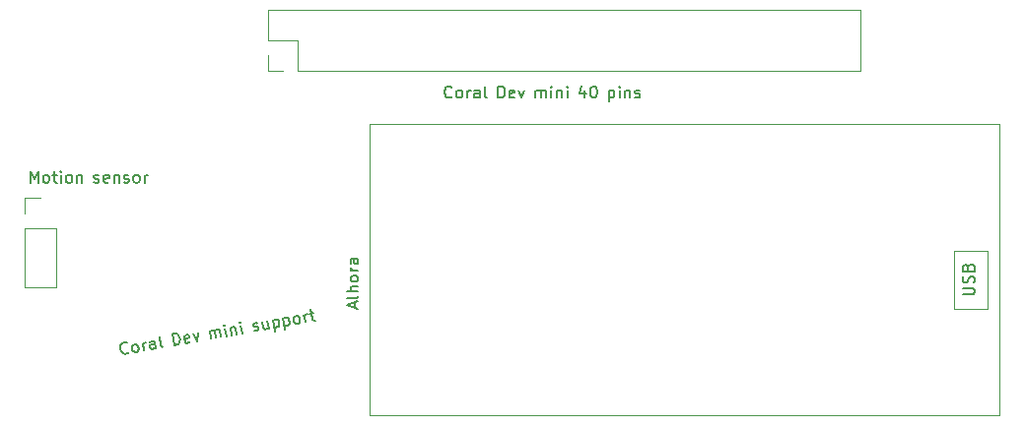
<source format=gbr>
%TF.GenerationSoftware,KiCad,Pcbnew,(7.0.0)*%
%TF.CreationDate,2023-07-17T15:36:44+02:00*%
%TF.ProjectId,SupportCoral,53757070-6f72-4744-936f-72616c2e6b69,rev?*%
%TF.SameCoordinates,Original*%
%TF.FileFunction,Legend,Top*%
%TF.FilePolarity,Positive*%
%FSLAX46Y46*%
G04 Gerber Fmt 4.6, Leading zero omitted, Abs format (unit mm)*
G04 Created by KiCad (PCBNEW (7.0.0)) date 2023-07-17 15:36:44*
%MOMM*%
%LPD*%
G01*
G04 APERTURE LIST*
%ADD10C,0.200000*%
%ADD11C,0.150000*%
%ADD12C,0.120000*%
G04 APERTURE END LIST*
D10*
X45742898Y-83551323D02*
X45704271Y-83606488D01*
X45704271Y-83606488D02*
X45571853Y-83678190D01*
X45571853Y-83678190D02*
X45478062Y-83694728D01*
X45478062Y-83694728D02*
X45329106Y-83672639D01*
X45329106Y-83672639D02*
X45218777Y-83595386D01*
X45218777Y-83595386D02*
X45155344Y-83509864D01*
X45155344Y-83509864D02*
X45075372Y-83330550D01*
X45075372Y-83330550D02*
X45050565Y-83189863D01*
X45050565Y-83189863D02*
X45064385Y-82994012D01*
X45064385Y-82994012D02*
X45094743Y-82891952D01*
X45094743Y-82891952D02*
X45171996Y-82781623D01*
X45171996Y-82781623D02*
X45304414Y-82709920D01*
X45304414Y-82709920D02*
X45398205Y-82693382D01*
X45398205Y-82693382D02*
X45547161Y-82715471D01*
X45547161Y-82715471D02*
X45602325Y-82754098D01*
X46322183Y-83545887D02*
X46220123Y-83515529D01*
X46220123Y-83515529D02*
X46164958Y-83476902D01*
X46164958Y-83476902D02*
X46101525Y-83391380D01*
X46101525Y-83391380D02*
X46051911Y-83110006D01*
X46051911Y-83110006D02*
X46082269Y-83007946D01*
X46082269Y-83007946D02*
X46120895Y-82952782D01*
X46120895Y-82952782D02*
X46206418Y-82889348D01*
X46206418Y-82889348D02*
X46347104Y-82864541D01*
X46347104Y-82864541D02*
X46449165Y-82894899D01*
X46449165Y-82894899D02*
X46504329Y-82933526D01*
X46504329Y-82933526D02*
X46567763Y-83019048D01*
X46567763Y-83019048D02*
X46617376Y-83300422D01*
X46617376Y-83300422D02*
X46587019Y-83402482D01*
X46587019Y-83402482D02*
X46548392Y-83457646D01*
X46548392Y-83457646D02*
X46462870Y-83521080D01*
X46462870Y-83521080D02*
X46322183Y-83545887D01*
X47072513Y-83413583D02*
X46956747Y-82757045D01*
X46989823Y-82944627D02*
X47020181Y-82842567D01*
X47020181Y-82842567D02*
X47058807Y-82787403D01*
X47058807Y-82787403D02*
X47144330Y-82723969D01*
X47144330Y-82723969D02*
X47238121Y-82707431D01*
X48104217Y-83231666D02*
X48013258Y-82715814D01*
X48013258Y-82715814D02*
X47949824Y-82630292D01*
X47949824Y-82630292D02*
X47847764Y-82599934D01*
X47847764Y-82599934D02*
X47660182Y-82633010D01*
X47660182Y-82633010D02*
X47574660Y-82696444D01*
X48095948Y-83184771D02*
X48010425Y-83248204D01*
X48010425Y-83248204D02*
X47775947Y-83289549D01*
X47775947Y-83289549D02*
X47673887Y-83259191D01*
X47673887Y-83259191D02*
X47610454Y-83173669D01*
X47610454Y-83173669D02*
X47593916Y-83079878D01*
X47593916Y-83079878D02*
X47624273Y-82977818D01*
X47624273Y-82977818D02*
X47709796Y-82914384D01*
X47709796Y-82914384D02*
X47944274Y-82873039D01*
X47944274Y-82873039D02*
X48029796Y-82809606D01*
X48713859Y-83124170D02*
X48611799Y-83093812D01*
X48611799Y-83093812D02*
X48548366Y-83008290D01*
X48548366Y-83008290D02*
X48399524Y-82164169D01*
X49679909Y-82953829D02*
X49506261Y-81969021D01*
X49506261Y-81969021D02*
X49740739Y-81927676D01*
X49740739Y-81927676D02*
X49889695Y-81949765D01*
X49889695Y-81949765D02*
X50000024Y-82027018D01*
X50000024Y-82027018D02*
X50063458Y-82112541D01*
X50063458Y-82112541D02*
X50143429Y-82291854D01*
X50143429Y-82291854D02*
X50168236Y-82432541D01*
X50168236Y-82432541D02*
X50154416Y-82628392D01*
X50154416Y-82628392D02*
X50124059Y-82730453D01*
X50124059Y-82730453D02*
X50046805Y-82840782D01*
X50046805Y-82840782D02*
X49914388Y-82912484D01*
X49914388Y-82912484D02*
X49679909Y-82953829D01*
X51031613Y-82667133D02*
X50946091Y-82730567D01*
X50946091Y-82730567D02*
X50758508Y-82763643D01*
X50758508Y-82763643D02*
X50656448Y-82733285D01*
X50656448Y-82733285D02*
X50593015Y-82647763D01*
X50593015Y-82647763D02*
X50526863Y-82272598D01*
X50526863Y-82272598D02*
X50557221Y-82170538D01*
X50557221Y-82170538D02*
X50642743Y-82107104D01*
X50642743Y-82107104D02*
X50830325Y-82074028D01*
X50830325Y-82074028D02*
X50932386Y-82104386D01*
X50932386Y-82104386D02*
X50995819Y-82189908D01*
X50995819Y-82189908D02*
X51012357Y-82283700D01*
X51012357Y-82283700D02*
X50559939Y-82460180D01*
X51299282Y-81991339D02*
X51649525Y-82606533D01*
X51649525Y-82606533D02*
X51768238Y-81908649D01*
X52850053Y-82394847D02*
X52734287Y-81738309D01*
X52750825Y-81832100D02*
X52789452Y-81776935D01*
X52789452Y-81776935D02*
X52874974Y-81713502D01*
X52874974Y-81713502D02*
X53015661Y-81688695D01*
X53015661Y-81688695D02*
X53117721Y-81719053D01*
X53117721Y-81719053D02*
X53181155Y-81804575D01*
X53181155Y-81804575D02*
X53272113Y-82320426D01*
X53181155Y-81804575D02*
X53211512Y-81702515D01*
X53211512Y-81702515D02*
X53297035Y-81639081D01*
X53297035Y-81639081D02*
X53437722Y-81614274D01*
X53437722Y-81614274D02*
X53539782Y-81644632D01*
X53539782Y-81644632D02*
X53603215Y-81730154D01*
X53603215Y-81730154D02*
X53694174Y-82246006D01*
X54163130Y-82163316D02*
X54047364Y-81506778D01*
X53989481Y-81178509D02*
X53950855Y-81233673D01*
X53950855Y-81233673D02*
X54006019Y-81272300D01*
X54006019Y-81272300D02*
X54044646Y-81217135D01*
X54044646Y-81217135D02*
X53989481Y-81178509D01*
X53989481Y-81178509D02*
X54006019Y-81272300D01*
X54516320Y-81424088D02*
X54632085Y-82080627D01*
X54532858Y-81517879D02*
X54571484Y-81462715D01*
X54571484Y-81462715D02*
X54657007Y-81399281D01*
X54657007Y-81399281D02*
X54797693Y-81374474D01*
X54797693Y-81374474D02*
X54899754Y-81404832D01*
X54899754Y-81404832D02*
X54963187Y-81490354D01*
X54963187Y-81490354D02*
X55054146Y-82006206D01*
X55523102Y-81923516D02*
X55407336Y-81266978D01*
X55349454Y-80938709D02*
X55310827Y-80993873D01*
X55310827Y-80993873D02*
X55365992Y-81032500D01*
X55365992Y-81032500D02*
X55404618Y-80977335D01*
X55404618Y-80977335D02*
X55349454Y-80938709D01*
X55349454Y-80938709D02*
X55365992Y-81032500D01*
X56527778Y-81698011D02*
X56629838Y-81728369D01*
X56629838Y-81728369D02*
X56817420Y-81695293D01*
X56817420Y-81695293D02*
X56902942Y-81631860D01*
X56902942Y-81631860D02*
X56933300Y-81529800D01*
X56933300Y-81529800D02*
X56925031Y-81482904D01*
X56925031Y-81482904D02*
X56861598Y-81397382D01*
X56861598Y-81397382D02*
X56759537Y-81367024D01*
X56759537Y-81367024D02*
X56618851Y-81391831D01*
X56618851Y-81391831D02*
X56516790Y-81361473D01*
X56516790Y-81361473D02*
X56453357Y-81275951D01*
X56453357Y-81275951D02*
X56445088Y-81229055D01*
X56445088Y-81229055D02*
X56475446Y-81126995D01*
X56475446Y-81126995D02*
X56560968Y-81063562D01*
X56560968Y-81063562D02*
X56701655Y-81038755D01*
X56701655Y-81038755D02*
X56803715Y-81069112D01*
X57686463Y-80865107D02*
X57802228Y-81521645D01*
X57264402Y-80939527D02*
X57355361Y-81455379D01*
X57355361Y-81455379D02*
X57418794Y-81540901D01*
X57418794Y-81540901D02*
X57520854Y-81571259D01*
X57520854Y-81571259D02*
X57661541Y-81546452D01*
X57661541Y-81546452D02*
X57747063Y-81483018D01*
X57747063Y-81483018D02*
X57785690Y-81427854D01*
X58155419Y-80782417D02*
X58329067Y-81767225D01*
X58163688Y-80829313D02*
X58249210Y-80765879D01*
X58249210Y-80765879D02*
X58436792Y-80732803D01*
X58436792Y-80732803D02*
X58538853Y-80763161D01*
X58538853Y-80763161D02*
X58594017Y-80801787D01*
X58594017Y-80801787D02*
X58657451Y-80887310D01*
X58657451Y-80887310D02*
X58707064Y-81168683D01*
X58707064Y-81168683D02*
X58676707Y-81270744D01*
X58676707Y-81270744D02*
X58638080Y-81325908D01*
X58638080Y-81325908D02*
X58552558Y-81389342D01*
X58552558Y-81389342D02*
X58364975Y-81422417D01*
X58364975Y-81422417D02*
X58262915Y-81392060D01*
X59046435Y-80625307D02*
X59220084Y-81610114D01*
X59054704Y-80672202D02*
X59140227Y-80608769D01*
X59140227Y-80608769D02*
X59327809Y-80575693D01*
X59327809Y-80575693D02*
X59429869Y-80606051D01*
X59429869Y-80606051D02*
X59485034Y-80644677D01*
X59485034Y-80644677D02*
X59548467Y-80730199D01*
X59548467Y-80730199D02*
X59598081Y-81011573D01*
X59598081Y-81011573D02*
X59567723Y-81113633D01*
X59567723Y-81113633D02*
X59529097Y-81168798D01*
X59529097Y-81168798D02*
X59443574Y-81232231D01*
X59443574Y-81232231D02*
X59255992Y-81265307D01*
X59255992Y-81265307D02*
X59153932Y-81234950D01*
X60193904Y-81099928D02*
X60091844Y-81069570D01*
X60091844Y-81069570D02*
X60036680Y-81030944D01*
X60036680Y-81030944D02*
X59973246Y-80945421D01*
X59973246Y-80945421D02*
X59923632Y-80664048D01*
X59923632Y-80664048D02*
X59953990Y-80561988D01*
X59953990Y-80561988D02*
X59992617Y-80506823D01*
X59992617Y-80506823D02*
X60078139Y-80443389D01*
X60078139Y-80443389D02*
X60218826Y-80418583D01*
X60218826Y-80418583D02*
X60320886Y-80448940D01*
X60320886Y-80448940D02*
X60376050Y-80487567D01*
X60376050Y-80487567D02*
X60439484Y-80573089D01*
X60439484Y-80573089D02*
X60489098Y-80854463D01*
X60489098Y-80854463D02*
X60458740Y-80956523D01*
X60458740Y-80956523D02*
X60420113Y-81011688D01*
X60420113Y-81011688D02*
X60334591Y-81075121D01*
X60334591Y-81075121D02*
X60193904Y-81099928D01*
X60944234Y-80967625D02*
X60828469Y-80311086D01*
X60861545Y-80498669D02*
X60891902Y-80396608D01*
X60891902Y-80396608D02*
X60930529Y-80341444D01*
X60930529Y-80341444D02*
X61016051Y-80278010D01*
X61016051Y-80278010D02*
X61109842Y-80261472D01*
X61297425Y-80228396D02*
X61672590Y-80162245D01*
X61380229Y-79875320D02*
X61529070Y-80719441D01*
X61529070Y-80719441D02*
X61592504Y-80804963D01*
X61592504Y-80804963D02*
X61694564Y-80835321D01*
X61694564Y-80835321D02*
X61788355Y-80818783D01*
D11*
%TO.C,REF\u002A\u002A*%
X73528571Y-61572142D02*
X73480952Y-61619761D01*
X73480952Y-61619761D02*
X73338095Y-61667380D01*
X73338095Y-61667380D02*
X73242857Y-61667380D01*
X73242857Y-61667380D02*
X73100000Y-61619761D01*
X73100000Y-61619761D02*
X73004762Y-61524523D01*
X73004762Y-61524523D02*
X72957143Y-61429285D01*
X72957143Y-61429285D02*
X72909524Y-61238809D01*
X72909524Y-61238809D02*
X72909524Y-61095952D01*
X72909524Y-61095952D02*
X72957143Y-60905476D01*
X72957143Y-60905476D02*
X73004762Y-60810238D01*
X73004762Y-60810238D02*
X73100000Y-60715000D01*
X73100000Y-60715000D02*
X73242857Y-60667380D01*
X73242857Y-60667380D02*
X73338095Y-60667380D01*
X73338095Y-60667380D02*
X73480952Y-60715000D01*
X73480952Y-60715000D02*
X73528571Y-60762619D01*
X74100000Y-61667380D02*
X74004762Y-61619761D01*
X74004762Y-61619761D02*
X73957143Y-61572142D01*
X73957143Y-61572142D02*
X73909524Y-61476904D01*
X73909524Y-61476904D02*
X73909524Y-61191190D01*
X73909524Y-61191190D02*
X73957143Y-61095952D01*
X73957143Y-61095952D02*
X74004762Y-61048333D01*
X74004762Y-61048333D02*
X74100000Y-61000714D01*
X74100000Y-61000714D02*
X74242857Y-61000714D01*
X74242857Y-61000714D02*
X74338095Y-61048333D01*
X74338095Y-61048333D02*
X74385714Y-61095952D01*
X74385714Y-61095952D02*
X74433333Y-61191190D01*
X74433333Y-61191190D02*
X74433333Y-61476904D01*
X74433333Y-61476904D02*
X74385714Y-61572142D01*
X74385714Y-61572142D02*
X74338095Y-61619761D01*
X74338095Y-61619761D02*
X74242857Y-61667380D01*
X74242857Y-61667380D02*
X74100000Y-61667380D01*
X74861905Y-61667380D02*
X74861905Y-61000714D01*
X74861905Y-61191190D02*
X74909524Y-61095952D01*
X74909524Y-61095952D02*
X74957143Y-61048333D01*
X74957143Y-61048333D02*
X75052381Y-61000714D01*
X75052381Y-61000714D02*
X75147619Y-61000714D01*
X75909524Y-61667380D02*
X75909524Y-61143571D01*
X75909524Y-61143571D02*
X75861905Y-61048333D01*
X75861905Y-61048333D02*
X75766667Y-61000714D01*
X75766667Y-61000714D02*
X75576191Y-61000714D01*
X75576191Y-61000714D02*
X75480953Y-61048333D01*
X75909524Y-61619761D02*
X75814286Y-61667380D01*
X75814286Y-61667380D02*
X75576191Y-61667380D01*
X75576191Y-61667380D02*
X75480953Y-61619761D01*
X75480953Y-61619761D02*
X75433334Y-61524523D01*
X75433334Y-61524523D02*
X75433334Y-61429285D01*
X75433334Y-61429285D02*
X75480953Y-61334047D01*
X75480953Y-61334047D02*
X75576191Y-61286428D01*
X75576191Y-61286428D02*
X75814286Y-61286428D01*
X75814286Y-61286428D02*
X75909524Y-61238809D01*
X76528572Y-61667380D02*
X76433334Y-61619761D01*
X76433334Y-61619761D02*
X76385715Y-61524523D01*
X76385715Y-61524523D02*
X76385715Y-60667380D01*
X77509525Y-61667380D02*
X77509525Y-60667380D01*
X77509525Y-60667380D02*
X77747620Y-60667380D01*
X77747620Y-60667380D02*
X77890477Y-60715000D01*
X77890477Y-60715000D02*
X77985715Y-60810238D01*
X77985715Y-60810238D02*
X78033334Y-60905476D01*
X78033334Y-60905476D02*
X78080953Y-61095952D01*
X78080953Y-61095952D02*
X78080953Y-61238809D01*
X78080953Y-61238809D02*
X78033334Y-61429285D01*
X78033334Y-61429285D02*
X77985715Y-61524523D01*
X77985715Y-61524523D02*
X77890477Y-61619761D01*
X77890477Y-61619761D02*
X77747620Y-61667380D01*
X77747620Y-61667380D02*
X77509525Y-61667380D01*
X78890477Y-61619761D02*
X78795239Y-61667380D01*
X78795239Y-61667380D02*
X78604763Y-61667380D01*
X78604763Y-61667380D02*
X78509525Y-61619761D01*
X78509525Y-61619761D02*
X78461906Y-61524523D01*
X78461906Y-61524523D02*
X78461906Y-61143571D01*
X78461906Y-61143571D02*
X78509525Y-61048333D01*
X78509525Y-61048333D02*
X78604763Y-61000714D01*
X78604763Y-61000714D02*
X78795239Y-61000714D01*
X78795239Y-61000714D02*
X78890477Y-61048333D01*
X78890477Y-61048333D02*
X78938096Y-61143571D01*
X78938096Y-61143571D02*
X78938096Y-61238809D01*
X78938096Y-61238809D02*
X78461906Y-61334047D01*
X79271430Y-61000714D02*
X79509525Y-61667380D01*
X79509525Y-61667380D02*
X79747620Y-61000714D01*
X80728573Y-61667380D02*
X80728573Y-61000714D01*
X80728573Y-61095952D02*
X80776192Y-61048333D01*
X80776192Y-61048333D02*
X80871430Y-61000714D01*
X80871430Y-61000714D02*
X81014287Y-61000714D01*
X81014287Y-61000714D02*
X81109525Y-61048333D01*
X81109525Y-61048333D02*
X81157144Y-61143571D01*
X81157144Y-61143571D02*
X81157144Y-61667380D01*
X81157144Y-61143571D02*
X81204763Y-61048333D01*
X81204763Y-61048333D02*
X81300001Y-61000714D01*
X81300001Y-61000714D02*
X81442858Y-61000714D01*
X81442858Y-61000714D02*
X81538097Y-61048333D01*
X81538097Y-61048333D02*
X81585716Y-61143571D01*
X81585716Y-61143571D02*
X81585716Y-61667380D01*
X82061906Y-61667380D02*
X82061906Y-61000714D01*
X82061906Y-60667380D02*
X82014287Y-60715000D01*
X82014287Y-60715000D02*
X82061906Y-60762619D01*
X82061906Y-60762619D02*
X82109525Y-60715000D01*
X82109525Y-60715000D02*
X82061906Y-60667380D01*
X82061906Y-60667380D02*
X82061906Y-60762619D01*
X82538096Y-61000714D02*
X82538096Y-61667380D01*
X82538096Y-61095952D02*
X82585715Y-61048333D01*
X82585715Y-61048333D02*
X82680953Y-61000714D01*
X82680953Y-61000714D02*
X82823810Y-61000714D01*
X82823810Y-61000714D02*
X82919048Y-61048333D01*
X82919048Y-61048333D02*
X82966667Y-61143571D01*
X82966667Y-61143571D02*
X82966667Y-61667380D01*
X83442858Y-61667380D02*
X83442858Y-61000714D01*
X83442858Y-60667380D02*
X83395239Y-60715000D01*
X83395239Y-60715000D02*
X83442858Y-60762619D01*
X83442858Y-60762619D02*
X83490477Y-60715000D01*
X83490477Y-60715000D02*
X83442858Y-60667380D01*
X83442858Y-60667380D02*
X83442858Y-60762619D01*
X84947619Y-61000714D02*
X84947619Y-61667380D01*
X84709524Y-60619761D02*
X84471429Y-61334047D01*
X84471429Y-61334047D02*
X85090476Y-61334047D01*
X85661905Y-60667380D02*
X85757143Y-60667380D01*
X85757143Y-60667380D02*
X85852381Y-60715000D01*
X85852381Y-60715000D02*
X85900000Y-60762619D01*
X85900000Y-60762619D02*
X85947619Y-60857857D01*
X85947619Y-60857857D02*
X85995238Y-61048333D01*
X85995238Y-61048333D02*
X85995238Y-61286428D01*
X85995238Y-61286428D02*
X85947619Y-61476904D01*
X85947619Y-61476904D02*
X85900000Y-61572142D01*
X85900000Y-61572142D02*
X85852381Y-61619761D01*
X85852381Y-61619761D02*
X85757143Y-61667380D01*
X85757143Y-61667380D02*
X85661905Y-61667380D01*
X85661905Y-61667380D02*
X85566667Y-61619761D01*
X85566667Y-61619761D02*
X85519048Y-61572142D01*
X85519048Y-61572142D02*
X85471429Y-61476904D01*
X85471429Y-61476904D02*
X85423810Y-61286428D01*
X85423810Y-61286428D02*
X85423810Y-61048333D01*
X85423810Y-61048333D02*
X85471429Y-60857857D01*
X85471429Y-60857857D02*
X85519048Y-60762619D01*
X85519048Y-60762619D02*
X85566667Y-60715000D01*
X85566667Y-60715000D02*
X85661905Y-60667380D01*
X87023810Y-61000714D02*
X87023810Y-62000714D01*
X87023810Y-61048333D02*
X87119048Y-61000714D01*
X87119048Y-61000714D02*
X87309524Y-61000714D01*
X87309524Y-61000714D02*
X87404762Y-61048333D01*
X87404762Y-61048333D02*
X87452381Y-61095952D01*
X87452381Y-61095952D02*
X87500000Y-61191190D01*
X87500000Y-61191190D02*
X87500000Y-61476904D01*
X87500000Y-61476904D02*
X87452381Y-61572142D01*
X87452381Y-61572142D02*
X87404762Y-61619761D01*
X87404762Y-61619761D02*
X87309524Y-61667380D01*
X87309524Y-61667380D02*
X87119048Y-61667380D01*
X87119048Y-61667380D02*
X87023810Y-61619761D01*
X87928572Y-61667380D02*
X87928572Y-61000714D01*
X87928572Y-60667380D02*
X87880953Y-60715000D01*
X87880953Y-60715000D02*
X87928572Y-60762619D01*
X87928572Y-60762619D02*
X87976191Y-60715000D01*
X87976191Y-60715000D02*
X87928572Y-60667380D01*
X87928572Y-60667380D02*
X87928572Y-60762619D01*
X88404762Y-61000714D02*
X88404762Y-61667380D01*
X88404762Y-61095952D02*
X88452381Y-61048333D01*
X88452381Y-61048333D02*
X88547619Y-61000714D01*
X88547619Y-61000714D02*
X88690476Y-61000714D01*
X88690476Y-61000714D02*
X88785714Y-61048333D01*
X88785714Y-61048333D02*
X88833333Y-61143571D01*
X88833333Y-61143571D02*
X88833333Y-61667380D01*
X89261905Y-61619761D02*
X89357143Y-61667380D01*
X89357143Y-61667380D02*
X89547619Y-61667380D01*
X89547619Y-61667380D02*
X89642857Y-61619761D01*
X89642857Y-61619761D02*
X89690476Y-61524523D01*
X89690476Y-61524523D02*
X89690476Y-61476904D01*
X89690476Y-61476904D02*
X89642857Y-61381666D01*
X89642857Y-61381666D02*
X89547619Y-61334047D01*
X89547619Y-61334047D02*
X89404762Y-61334047D01*
X89404762Y-61334047D02*
X89309524Y-61286428D01*
X89309524Y-61286428D02*
X89261905Y-61191190D01*
X89261905Y-61191190D02*
X89261905Y-61143571D01*
X89261905Y-61143571D02*
X89309524Y-61048333D01*
X89309524Y-61048333D02*
X89404762Y-61000714D01*
X89404762Y-61000714D02*
X89547619Y-61000714D01*
X89547619Y-61000714D02*
X89642857Y-61048333D01*
%TO.C,Motion sensor*%
X37333333Y-68967380D02*
X37333333Y-67967380D01*
X37333333Y-67967380D02*
X37666666Y-68681666D01*
X37666666Y-68681666D02*
X37999999Y-67967380D01*
X37999999Y-67967380D02*
X37999999Y-68967380D01*
X38619047Y-68967380D02*
X38523809Y-68919761D01*
X38523809Y-68919761D02*
X38476190Y-68872142D01*
X38476190Y-68872142D02*
X38428571Y-68776904D01*
X38428571Y-68776904D02*
X38428571Y-68491190D01*
X38428571Y-68491190D02*
X38476190Y-68395952D01*
X38476190Y-68395952D02*
X38523809Y-68348333D01*
X38523809Y-68348333D02*
X38619047Y-68300714D01*
X38619047Y-68300714D02*
X38761904Y-68300714D01*
X38761904Y-68300714D02*
X38857142Y-68348333D01*
X38857142Y-68348333D02*
X38904761Y-68395952D01*
X38904761Y-68395952D02*
X38952380Y-68491190D01*
X38952380Y-68491190D02*
X38952380Y-68776904D01*
X38952380Y-68776904D02*
X38904761Y-68872142D01*
X38904761Y-68872142D02*
X38857142Y-68919761D01*
X38857142Y-68919761D02*
X38761904Y-68967380D01*
X38761904Y-68967380D02*
X38619047Y-68967380D01*
X39238095Y-68300714D02*
X39619047Y-68300714D01*
X39380952Y-67967380D02*
X39380952Y-68824523D01*
X39380952Y-68824523D02*
X39428571Y-68919761D01*
X39428571Y-68919761D02*
X39523809Y-68967380D01*
X39523809Y-68967380D02*
X39619047Y-68967380D01*
X39952381Y-68967380D02*
X39952381Y-68300714D01*
X39952381Y-67967380D02*
X39904762Y-68015000D01*
X39904762Y-68015000D02*
X39952381Y-68062619D01*
X39952381Y-68062619D02*
X40000000Y-68015000D01*
X40000000Y-68015000D02*
X39952381Y-67967380D01*
X39952381Y-67967380D02*
X39952381Y-68062619D01*
X40571428Y-68967380D02*
X40476190Y-68919761D01*
X40476190Y-68919761D02*
X40428571Y-68872142D01*
X40428571Y-68872142D02*
X40380952Y-68776904D01*
X40380952Y-68776904D02*
X40380952Y-68491190D01*
X40380952Y-68491190D02*
X40428571Y-68395952D01*
X40428571Y-68395952D02*
X40476190Y-68348333D01*
X40476190Y-68348333D02*
X40571428Y-68300714D01*
X40571428Y-68300714D02*
X40714285Y-68300714D01*
X40714285Y-68300714D02*
X40809523Y-68348333D01*
X40809523Y-68348333D02*
X40857142Y-68395952D01*
X40857142Y-68395952D02*
X40904761Y-68491190D01*
X40904761Y-68491190D02*
X40904761Y-68776904D01*
X40904761Y-68776904D02*
X40857142Y-68872142D01*
X40857142Y-68872142D02*
X40809523Y-68919761D01*
X40809523Y-68919761D02*
X40714285Y-68967380D01*
X40714285Y-68967380D02*
X40571428Y-68967380D01*
X41333333Y-68300714D02*
X41333333Y-68967380D01*
X41333333Y-68395952D02*
X41380952Y-68348333D01*
X41380952Y-68348333D02*
X41476190Y-68300714D01*
X41476190Y-68300714D02*
X41619047Y-68300714D01*
X41619047Y-68300714D02*
X41714285Y-68348333D01*
X41714285Y-68348333D02*
X41761904Y-68443571D01*
X41761904Y-68443571D02*
X41761904Y-68967380D01*
X42790476Y-68919761D02*
X42885714Y-68967380D01*
X42885714Y-68967380D02*
X43076190Y-68967380D01*
X43076190Y-68967380D02*
X43171428Y-68919761D01*
X43171428Y-68919761D02*
X43219047Y-68824523D01*
X43219047Y-68824523D02*
X43219047Y-68776904D01*
X43219047Y-68776904D02*
X43171428Y-68681666D01*
X43171428Y-68681666D02*
X43076190Y-68634047D01*
X43076190Y-68634047D02*
X42933333Y-68634047D01*
X42933333Y-68634047D02*
X42838095Y-68586428D01*
X42838095Y-68586428D02*
X42790476Y-68491190D01*
X42790476Y-68491190D02*
X42790476Y-68443571D01*
X42790476Y-68443571D02*
X42838095Y-68348333D01*
X42838095Y-68348333D02*
X42933333Y-68300714D01*
X42933333Y-68300714D02*
X43076190Y-68300714D01*
X43076190Y-68300714D02*
X43171428Y-68348333D01*
X44028571Y-68919761D02*
X43933333Y-68967380D01*
X43933333Y-68967380D02*
X43742857Y-68967380D01*
X43742857Y-68967380D02*
X43647619Y-68919761D01*
X43647619Y-68919761D02*
X43600000Y-68824523D01*
X43600000Y-68824523D02*
X43600000Y-68443571D01*
X43600000Y-68443571D02*
X43647619Y-68348333D01*
X43647619Y-68348333D02*
X43742857Y-68300714D01*
X43742857Y-68300714D02*
X43933333Y-68300714D01*
X43933333Y-68300714D02*
X44028571Y-68348333D01*
X44028571Y-68348333D02*
X44076190Y-68443571D01*
X44076190Y-68443571D02*
X44076190Y-68538809D01*
X44076190Y-68538809D02*
X43600000Y-68634047D01*
X44504762Y-68300714D02*
X44504762Y-68967380D01*
X44504762Y-68395952D02*
X44552381Y-68348333D01*
X44552381Y-68348333D02*
X44647619Y-68300714D01*
X44647619Y-68300714D02*
X44790476Y-68300714D01*
X44790476Y-68300714D02*
X44885714Y-68348333D01*
X44885714Y-68348333D02*
X44933333Y-68443571D01*
X44933333Y-68443571D02*
X44933333Y-68967380D01*
X45361905Y-68919761D02*
X45457143Y-68967380D01*
X45457143Y-68967380D02*
X45647619Y-68967380D01*
X45647619Y-68967380D02*
X45742857Y-68919761D01*
X45742857Y-68919761D02*
X45790476Y-68824523D01*
X45790476Y-68824523D02*
X45790476Y-68776904D01*
X45790476Y-68776904D02*
X45742857Y-68681666D01*
X45742857Y-68681666D02*
X45647619Y-68634047D01*
X45647619Y-68634047D02*
X45504762Y-68634047D01*
X45504762Y-68634047D02*
X45409524Y-68586428D01*
X45409524Y-68586428D02*
X45361905Y-68491190D01*
X45361905Y-68491190D02*
X45361905Y-68443571D01*
X45361905Y-68443571D02*
X45409524Y-68348333D01*
X45409524Y-68348333D02*
X45504762Y-68300714D01*
X45504762Y-68300714D02*
X45647619Y-68300714D01*
X45647619Y-68300714D02*
X45742857Y-68348333D01*
X46361905Y-68967380D02*
X46266667Y-68919761D01*
X46266667Y-68919761D02*
X46219048Y-68872142D01*
X46219048Y-68872142D02*
X46171429Y-68776904D01*
X46171429Y-68776904D02*
X46171429Y-68491190D01*
X46171429Y-68491190D02*
X46219048Y-68395952D01*
X46219048Y-68395952D02*
X46266667Y-68348333D01*
X46266667Y-68348333D02*
X46361905Y-68300714D01*
X46361905Y-68300714D02*
X46504762Y-68300714D01*
X46504762Y-68300714D02*
X46600000Y-68348333D01*
X46600000Y-68348333D02*
X46647619Y-68395952D01*
X46647619Y-68395952D02*
X46695238Y-68491190D01*
X46695238Y-68491190D02*
X46695238Y-68776904D01*
X46695238Y-68776904D02*
X46647619Y-68872142D01*
X46647619Y-68872142D02*
X46600000Y-68919761D01*
X46600000Y-68919761D02*
X46504762Y-68967380D01*
X46504762Y-68967380D02*
X46361905Y-68967380D01*
X47123810Y-68967380D02*
X47123810Y-68300714D01*
X47123810Y-68491190D02*
X47171429Y-68395952D01*
X47171429Y-68395952D02*
X47219048Y-68348333D01*
X47219048Y-68348333D02*
X47314286Y-68300714D01*
X47314286Y-68300714D02*
X47409524Y-68300714D01*
%TO.C,Alhora*%
X65201666Y-79766666D02*
X65201666Y-79290476D01*
X65487380Y-79861904D02*
X64487380Y-79528571D01*
X64487380Y-79528571D02*
X65487380Y-79195238D01*
X65487380Y-78719047D02*
X65439761Y-78814285D01*
X65439761Y-78814285D02*
X65344523Y-78861904D01*
X65344523Y-78861904D02*
X64487380Y-78861904D01*
X65487380Y-78338094D02*
X64487380Y-78338094D01*
X65487380Y-77909523D02*
X64963571Y-77909523D01*
X64963571Y-77909523D02*
X64868333Y-77957142D01*
X64868333Y-77957142D02*
X64820714Y-78052380D01*
X64820714Y-78052380D02*
X64820714Y-78195237D01*
X64820714Y-78195237D02*
X64868333Y-78290475D01*
X64868333Y-78290475D02*
X64915952Y-78338094D01*
X65487380Y-77290475D02*
X65439761Y-77385713D01*
X65439761Y-77385713D02*
X65392142Y-77433332D01*
X65392142Y-77433332D02*
X65296904Y-77480951D01*
X65296904Y-77480951D02*
X65011190Y-77480951D01*
X65011190Y-77480951D02*
X64915952Y-77433332D01*
X64915952Y-77433332D02*
X64868333Y-77385713D01*
X64868333Y-77385713D02*
X64820714Y-77290475D01*
X64820714Y-77290475D02*
X64820714Y-77147618D01*
X64820714Y-77147618D02*
X64868333Y-77052380D01*
X64868333Y-77052380D02*
X64915952Y-77004761D01*
X64915952Y-77004761D02*
X65011190Y-76957142D01*
X65011190Y-76957142D02*
X65296904Y-76957142D01*
X65296904Y-76957142D02*
X65392142Y-77004761D01*
X65392142Y-77004761D02*
X65439761Y-77052380D01*
X65439761Y-77052380D02*
X65487380Y-77147618D01*
X65487380Y-77147618D02*
X65487380Y-77290475D01*
X65487380Y-76528570D02*
X64820714Y-76528570D01*
X65011190Y-76528570D02*
X64915952Y-76480951D01*
X64915952Y-76480951D02*
X64868333Y-76433332D01*
X64868333Y-76433332D02*
X64820714Y-76338094D01*
X64820714Y-76338094D02*
X64820714Y-76242856D01*
X65487380Y-75480951D02*
X64963571Y-75480951D01*
X64963571Y-75480951D02*
X64868333Y-75528570D01*
X64868333Y-75528570D02*
X64820714Y-75623808D01*
X64820714Y-75623808D02*
X64820714Y-75814284D01*
X64820714Y-75814284D02*
X64868333Y-75909522D01*
X65439761Y-75480951D02*
X65487380Y-75576189D01*
X65487380Y-75576189D02*
X65487380Y-75814284D01*
X65487380Y-75814284D02*
X65439761Y-75909522D01*
X65439761Y-75909522D02*
X65344523Y-75957141D01*
X65344523Y-75957141D02*
X65249285Y-75957141D01*
X65249285Y-75957141D02*
X65154047Y-75909522D01*
X65154047Y-75909522D02*
X65106428Y-75814284D01*
X65106428Y-75814284D02*
X65106428Y-75576189D01*
X65106428Y-75576189D02*
X65058809Y-75480951D01*
X117419380Y-78588904D02*
X118228904Y-78588904D01*
X118228904Y-78588904D02*
X118324142Y-78541285D01*
X118324142Y-78541285D02*
X118371761Y-78493666D01*
X118371761Y-78493666D02*
X118419380Y-78398428D01*
X118419380Y-78398428D02*
X118419380Y-78207952D01*
X118419380Y-78207952D02*
X118371761Y-78112714D01*
X118371761Y-78112714D02*
X118324142Y-78065095D01*
X118324142Y-78065095D02*
X118228904Y-78017476D01*
X118228904Y-78017476D02*
X117419380Y-78017476D01*
X118371761Y-77588904D02*
X118419380Y-77446047D01*
X118419380Y-77446047D02*
X118419380Y-77207952D01*
X118419380Y-77207952D02*
X118371761Y-77112714D01*
X118371761Y-77112714D02*
X118324142Y-77065095D01*
X118324142Y-77065095D02*
X118228904Y-77017476D01*
X118228904Y-77017476D02*
X118133666Y-77017476D01*
X118133666Y-77017476D02*
X118038428Y-77065095D01*
X118038428Y-77065095D02*
X117990809Y-77112714D01*
X117990809Y-77112714D02*
X117943190Y-77207952D01*
X117943190Y-77207952D02*
X117895571Y-77398428D01*
X117895571Y-77398428D02*
X117847952Y-77493666D01*
X117847952Y-77493666D02*
X117800333Y-77541285D01*
X117800333Y-77541285D02*
X117705095Y-77588904D01*
X117705095Y-77588904D02*
X117609857Y-77588904D01*
X117609857Y-77588904D02*
X117514619Y-77541285D01*
X117514619Y-77541285D02*
X117467000Y-77493666D01*
X117467000Y-77493666D02*
X117419380Y-77398428D01*
X117419380Y-77398428D02*
X117419380Y-77160333D01*
X117419380Y-77160333D02*
X117467000Y-77017476D01*
X117895571Y-76255571D02*
X117943190Y-76112714D01*
X117943190Y-76112714D02*
X117990809Y-76065095D01*
X117990809Y-76065095D02*
X118086047Y-76017476D01*
X118086047Y-76017476D02*
X118228904Y-76017476D01*
X118228904Y-76017476D02*
X118324142Y-76065095D01*
X118324142Y-76065095D02*
X118371761Y-76112714D01*
X118371761Y-76112714D02*
X118419380Y-76207952D01*
X118419380Y-76207952D02*
X118419380Y-76588904D01*
X118419380Y-76588904D02*
X117419380Y-76588904D01*
X117419380Y-76588904D02*
X117419380Y-76255571D01*
X117419380Y-76255571D02*
X117467000Y-76160333D01*
X117467000Y-76160333D02*
X117514619Y-76112714D01*
X117514619Y-76112714D02*
X117609857Y-76065095D01*
X117609857Y-76065095D02*
X117705095Y-76065095D01*
X117705095Y-76065095D02*
X117800333Y-76112714D01*
X117800333Y-76112714D02*
X117847952Y-76160333D01*
X117847952Y-76160333D02*
X117895571Y-76255571D01*
X117895571Y-76255571D02*
X117895571Y-76588904D01*
D12*
%TO.C,REF\u002A\u002A*%
X57710000Y-59330000D02*
X57710000Y-58000000D01*
X59040000Y-59330000D02*
X57710000Y-59330000D01*
X60310000Y-59330000D02*
X108630000Y-59330000D01*
X60310000Y-59330000D02*
X60310000Y-56730000D01*
X108630000Y-59330000D02*
X108630000Y-54130000D01*
X57710000Y-56730000D02*
X57710000Y-54130000D01*
X60310000Y-56730000D02*
X57710000Y-56730000D01*
X57710000Y-54130000D02*
X108630000Y-54130000D01*
%TO.C,Motion sensor*%
X36870000Y-70270000D02*
X38200000Y-70270000D01*
X36870000Y-71600000D02*
X36870000Y-70270000D01*
X36870000Y-72870000D02*
X36870000Y-78010000D01*
X36870000Y-72870000D02*
X39530000Y-72870000D01*
X36870000Y-78010000D02*
X39530000Y-78010000D01*
X39530000Y-72870000D02*
X39530000Y-78010000D01*
%TO.C,Alhora*%
X66500000Y-88975000D02*
X120530000Y-88975000D01*
X120530000Y-88975000D02*
X120530000Y-63885000D01*
X120530000Y-63885000D02*
X66500000Y-63885000D01*
X66500000Y-63885000D02*
X66500000Y-88975000D01*
X119552000Y-79827000D02*
X116631000Y-79827000D01*
X116631000Y-79827000D02*
X116631000Y-74827000D01*
X116631000Y-74827000D02*
X119552000Y-74827000D01*
X119552000Y-74827000D02*
X119552000Y-79827000D01*
%TD*%
M02*

</source>
